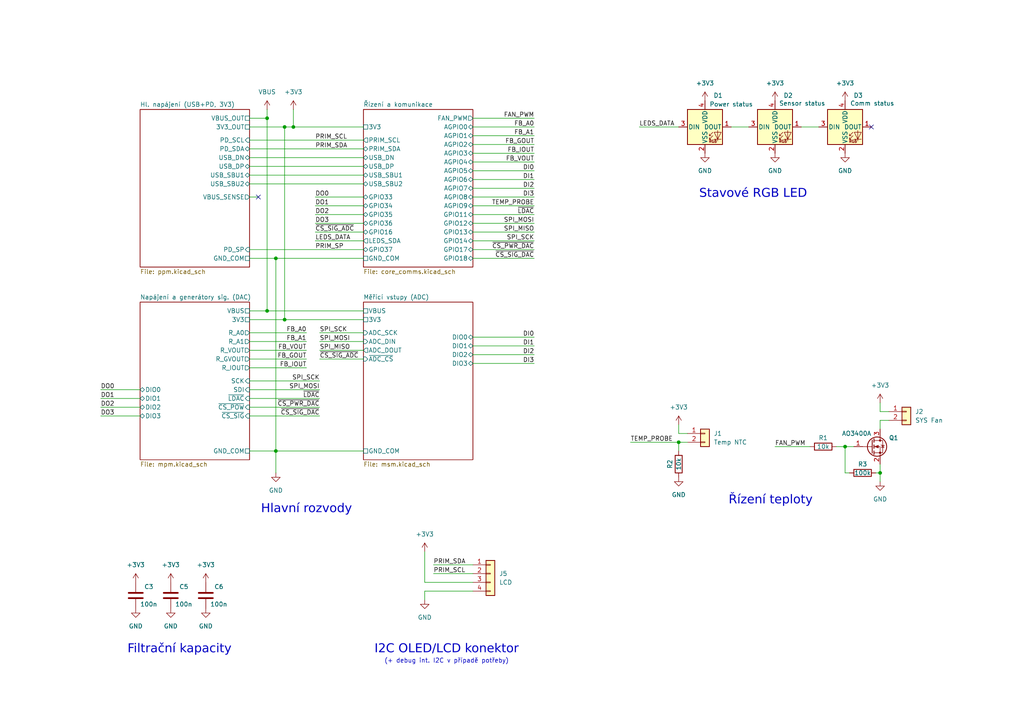
<source format=kicad_sch>
(kicad_sch (version 20250114) (generator "eeschema") (generator_version "9.0")
  (paper "A4")
  (title_block (title "PocKETlab") (date "2025-05-03") (rev "1.0.3") (company "TeaTech & KET FEL ZČU") (comment 1 "Licence: MIT") (comment 2 "Hlavní přehledové schéma") (comment 4 "Vyhotovil: Jiří Švihla"))
  (lib_symbols
    (symbol "+3V3_1" (power) (pin_numbers (hide yes)) (pin_names (offset 0) (hide yes))
      (property "Value" "+3V3" (at 0 3.556 0))
      (symbol "+3V3_1_0_1"
        (polyline (pts (xy -0.762 1.27) (xy 0 2.54)))
        (polyline (pts (xy 0 2.54) (xy 0.762 1.27)))
        (polyline (pts (xy 0 0) (xy 0 2.54)))
      )
      (symbol "+3V3_1_1_1"
        (pin power_in line (at 0 0 90) (length 0) (name "~") (number "1"))
      )
    )
    (symbol "Connector_Generic:Conn_01x02" (pin_names (offset 1.016) (hide yes))
      (property "Reference" "J" (at 0 2.54 0))
      (property "Value" "Conn_01x02" (at 0 -5.08 0))
      (symbol "Conn_01x02_1_1"
        (rectangle (start -1.27 1.27) (end 1.27 -3.81) (stroke (width 0.254)) (fill (type background)))
        (rectangle (start -1.27 0.127) (end 0 -0.127) (stroke (width 0.1524)))
        (rectangle (start -1.27 -2.413) (end 0 -2.667) (stroke (width 0.1524)))
        (pin passive line (at -5.08 0 0) (length 3.81) (name "Pin_1") (number "1"))
        (pin passive line (at -5.08 -2.54 0) (length 3.81) (name "Pin_2") (number "2"))
      )
    )
    (symbol "Connector_Generic:Conn_01x04" (pin_names (offset 1.016) (hide yes))
      (property "Reference" "J" (at 0 5.08 0))
      (property "Value" "Conn_01x04" (at 0 -7.62 0))
      (symbol "Conn_01x04_1_1"
        (rectangle (start -1.27 3.81) (end 1.27 -6.35) (stroke (width 0.254)) (fill (type background)))
        (rectangle (start -1.27 2.667) (end 0 2.413) (stroke (width 0.1524)))
        (rectangle (start -1.27 0.127) (end 0 -0.127) (stroke (width 0.1524)))
        (rectangle (start -1.27 -2.413) (end 0 -2.667) (stroke (width 0.1524)))
        (rectangle (start -1.27 -4.953) (end 0 -5.207) (stroke (width 0.1524)))
        (pin passive line (at -5.08 2.54 0) (length 3.81) (name "Pin_1") (number "1"))
        (pin passive line (at -5.08 0 0) (length 3.81) (name "Pin_2") (number "2"))
        (pin passive line (at -5.08 -2.54 0) (length 3.81) (name "Pin_3") (number "3"))
        (pin passive line (at -5.08 -5.08 0) (length 3.81) (name "Pin_4") (number "4"))
      )
    )
    (symbol "Device:C" (pin_numbers (hide yes)) (pin_names (offset 0.254))
      (property "Reference" "C" (at 0.635 2.54 0))
      (property "Value" "C" (at 0.635 -2.54 0))
      (symbol "C_0_1"
        (polyline (pts (xy -2.032 0.762) (xy 2.032 0.762)) (stroke (width 0.508)))
        (polyline (pts (xy -2.032 -0.762) (xy 2.032 -0.762)) (stroke (width 0.508)))
      )
      (symbol "C_1_1"
        (pin passive line (at 0 3.81 270) (length 2.794) (name "~") (number "1"))
        (pin passive line (at 0 -3.81 90) (length 2.794) (name "~") (number "2"))
      )
    )
    (symbol "Device:R" (pin_numbers (hide yes)) (pin_names (offset 0))
      (property "Reference" "R" (at 2.032 0 90))
      (property "Value" "R" (at 0 0 90))
      (symbol "R_0_1"
        (rectangle (start -1.016 -2.54) (end 1.016 2.54) (stroke (width 0.254)))
      )
      (symbol "R_1_1"
        (pin passive line (at 0 3.81 270) (length 1.27) (name "~") (number "1"))
        (pin passive line (at 0 -3.81 90) (length 1.27) (name "~") (number "2"))
      )
    )
    (symbol "GND_1" (power) (pin_numbers (hide yes)) (pin_names (offset 0) (hide yes))
      (property "Value" "GND" (at 0 -3.81 0))
      (symbol "GND_1_0_1"
        (polyline (pts (xy 0 0) (xy 0 -1.27) (xy 1.27 -1.27) (xy 0 -2.54) (xy -1.27 -1.27) (xy 0 -1.27)))
      )
      (symbol "GND_1_1_1"
        (pin power_in line (at 0 0 270) (length 0) (name "~") (number "1"))
      )
    )
    (symbol "LED:WS2812B-2020" (pin_names (offset 0.254))
      (property "Reference" "D" (at 5.08 5.715 0))
      (property "Value" "WS2812B-2020" (at 1.27 -5.715 0))
      (symbol "WS2812B-2020_0_0"
        (text "RGB" (at 2.286 -4.191 0) (effects (font (size 0.762 0.762))))
      )
      (symbol "WS2812B-2020_0_1"
        (polyline (pts (xy 1.27 -2.54) (xy 1.778 -2.54)))
        (polyline (pts (xy 1.27 -3.556) (xy 1.778 -3.556)))
        (polyline (pts (xy 2.286 -1.524) (xy 1.27 -2.54) (xy 1.27 -2.032)))
        (polyline (pts (xy 2.286 -2.54) (xy 1.27 -3.556) (xy 1.27 -3.048)))
        (polyline (pts (xy 3.683 -1.016) (xy 3.683 -3.556) (xy 3.683 -4.064)))
        (polyline (pts (xy 4.699 -1.524) (xy 2.667 -1.524) (xy 3.683 -3.556) (xy 4.699 -1.524)))
        (polyline (pts (xy 4.699 -3.556) (xy 2.667 -3.556)))
        (rectangle (start 5.08 5.08) (end -5.08 -5.08) (stroke (width 0.254)) (fill (type background)))
      )
      (symbol "WS2812B-2020_1_1"
        (pin input line (at -7.62 0 0) (length 2.54) (name "DIN") (number "3"))
        (pin power_in line (at 0 7.62 270) (length 2.54) (name "VDD") (number "4"))
        (pin power_in line (at 0 -7.62 90) (length 2.54) (name "VSS") (number "2"))
        (pin output line (at 7.62 0 180) (length 2.54) (name "DOUT") (number "1"))
      )
    )
    (symbol "Transistor_FET:AO3400A" (pin_names (hide yes))
      (property "Reference" "Q" (at 5.08 1.905 0))
      (property "Value" "AO3400A" (at 5.08 0 0))
      (symbol "AO3400A_0_1"
        (polyline (pts (xy 0.254 1.905) (xy 0.254 -1.905)) (stroke (width 0.254)))
        (polyline (pts (xy 0.254 0) (xy -2.54 0)))
        (polyline (pts (xy 0.762 2.286) (xy 0.762 1.27)) (stroke (width 0.254)))
        (polyline (pts (xy 0.762 0.508) (xy 0.762 -0.508)) (stroke (width 0.254)))
        (polyline (pts (xy 0.762 -1.27) (xy 0.762 -2.286)) (stroke (width 0.254)))
        (polyline (pts (xy 0.762 -1.778) (xy 3.302 -1.778) (xy 3.302 1.778) (xy 0.762 1.778)))
        (polyline (pts (xy 1.016 0) (xy 2.032 0.381) (xy 2.032 -0.381) (xy 1.016 0)) (fill (type outline)))
        (circle (center 1.651 0) (radius 2.794) (stroke (width 0.254)))
        (polyline (pts (xy 2.54 2.54) (xy 2.54 1.778)))
        (circle (center 2.54 1.778) (radius 0.254) (fill (type outline)))
        (circle (center 2.54 -1.778) (radius 0.254) (fill (type outline)))
        (polyline (pts (xy 2.54 -2.54) (xy 2.54 0) (xy 0.762 0)))
        (polyline (pts (xy 2.794 0.508) (xy 2.921 0.381) (xy 3.683 0.381) (xy 3.81 0.254)))
        (polyline (pts (xy 3.302 0.381) (xy 2.921 -0.254) (xy 3.683 -0.254) (xy 3.302 0.381)))
      )
      (symbol "AO3400A_1_1"
        (pin input line (at -5.08 0 0) (length 2.54) (name "G") (number "1"))
        (pin passive line (at 2.54 5.08 270) (length 2.54) (name "D") (number "3"))
        (pin passive line (at 2.54 -5.08 90) (length 2.54) (name "S") (number "2"))
      )
    )
    (symbol "VBUS_1" (power) (pin_numbers (hide yes)) (pin_names (offset 0) (hide yes))
      (property "Value" "VBUS" (at 0 3.556 0))
      (symbol "VBUS_1_0_1"
        (polyline (pts (xy -0.762 1.27) (xy 0 2.54)))
        (polyline (pts (xy 0 2.54) (xy 0.762 1.27)))
        (polyline (pts (xy 0 0) (xy 0 2.54)))
      )
      (symbol "VBUS_1_1_1"
        (pin power_in line (at 0 0 90) (length 0) (name "~") (number "1"))
      )
    )
    (symbol "power:+3V3" (power) (pin_names (offset 0))
      (property "Value" "+3V3" (at 0 3.556 0))
      (symbol "+3V3_0_1"
        (polyline (pts (xy -0.762 1.27) (xy 0 2.54)))
        (polyline (pts (xy 0 2.54) (xy 0.762 1.27)))
        (polyline (pts (xy 0 0) (xy 0 2.54)))
      )
      (symbol "+3V3_1_1"
        (pin power_in line (at 0 0 90) (length 0) (hide yes) (name "+3V3") (number "1"))
      )
    )
    (symbol "power:GND" (power) (pin_names (offset 0))
      (property "Value" "GND" (at 0 -3.81 0))
      (symbol "GND_0_1"
        (polyline (pts (xy 0 0) (xy 0 -1.27) (xy 1.27 -1.27) (xy 0 -2.54) (xy -1.27 -1.27) (xy 0 -1.27)))
      )
      (symbol "GND_1_1"
        (pin power_in line (at 0 0 270) (length 0) (hide yes) (name "GND") (number "1"))
      )
    )
  )
  (text "Hlavní rozvody" (at 88.9 149.86 0) (effects (font (size 2.54 2.54)) (justify bottom)))
  (text "Řízení teploty" (at 223.52 147.32 0) (effects (font (size 2.54 2.54)) (justify bottom)))
  (text "(+ debug int. I2C v případě potřeby)" (at 129.54 191.77 0) (effects (font (size 1.27 1.27))))
  (text "I2C OLED/LCD konektor" (at 129.54 190.5 0) (effects (font (size 2.54 2.54)) (justify bottom)))
  (text "Stavové RGB LED" (at 218.44 58.42 0) (effects (font (size 2.54 2.54)) (justify bottom)))
  (text "Filtrační kapacity" (at 52.07 190.5 0) (effects (font (size 2.54 2.54)) (justify bottom)))
  (junction (at 77.47 90.17))
  (junction (at 85.09 36.83))
  (junction (at 82.55 36.83))
  (junction (at 196.85 128.27))
  (junction (at 82.55 92.71))
  (junction (at 245.11 129.54))
  (junction (at 80.01 74.93))
  (junction (at 255.27 137.16))
  (junction (at 77.47 34.29))
  (junction (at 80.01 130.81))
  (no_connect (at 252.73 36.83))
  (no_connect (at 74.93 57.15))
  (wire (pts (xy 91.44 67.31) (xy 105.41 67.31)))
  (wire (pts (xy 137.16 36.83) (xy 154.94 36.83)))
  (wire (pts (xy 137.16 59.69) (xy 154.94 59.69)))
  (wire (pts (xy 123.19 171.45) (xy 137.16 171.45)))
  (wire (pts (xy 212.09 36.83) (xy 217.17 36.83)))
  (wire (pts (xy 196.85 128.27) (xy 196.85 130.81)))
  (wire (pts (xy 72.39 45.72) (xy 105.41 45.72)))
  (wire (pts (xy 255.27 116.84) (xy 255.27 119.38)))
  (wire (pts (xy 91.44 62.23) (xy 105.41 62.23)))
  (wire (pts (xy 224.79 129.54) (xy 234.95 129.54)))
  (wire (pts (xy 72.39 57.15) (xy 74.93 57.15)))
  (wire (pts (xy 80.01 130.81) (xy 105.41 130.81)))
  (wire (pts (xy 72.39 118.11) (xy 92.71 118.11)))
  (wire (pts (xy 137.16 52.07) (xy 154.94 52.07)))
  (wire (pts (xy 182.88 128.27) (xy 196.85 128.27)))
  (wire (pts (xy 255.27 119.38) (xy 257.81 119.38)))
  (wire (pts (xy 72.39 92.71) (xy 82.55 92.71)))
  (wire (pts (xy 80.01 74.93) (xy 105.41 74.93)))
  (wire (pts (xy 72.39 48.26) (xy 105.41 48.26)))
  (wire (pts (xy 137.16 74.93) (xy 154.94 74.93)))
  (wire (pts (xy 245.11 137.16) (xy 245.11 129.54)))
  (wire (pts (xy 255.27 121.92) (xy 257.81 121.92)))
  (wire (pts (xy 82.55 92.71) (xy 82.55 36.83)))
  (wire (pts (xy 92.71 99.06) (xy 105.41 99.06)))
  (wire (pts (xy 72.39 130.81) (xy 80.01 130.81)))
  (wire (pts (xy 91.44 64.77) (xy 105.41 64.77)))
  (wire (pts (xy 123.19 173.99) (xy 123.19 171.45)))
  (wire (pts (xy 82.55 92.71) (xy 105.41 92.71)))
  (wire (pts (xy 85.09 36.83) (xy 105.41 36.83)))
  (wire (pts (xy 196.85 36.83) (xy 185.42 36.83)))
  (wire (pts (xy 72.39 43.18) (xy 105.41 43.18)))
  (wire (pts (xy 82.55 36.83) (xy 85.09 36.83)))
  (wire (pts (xy 254 137.16) (xy 255.27 137.16)))
  (wire (pts (xy 77.47 90.17) (xy 105.41 90.17)))
  (wire (pts (xy 137.16 39.37) (xy 154.94 39.37)))
  (wire (pts (xy 137.16 105.41) (xy 154.94 105.41)))
  (wire (pts (xy 125.73 166.37) (xy 137.16 166.37)))
  (wire (pts (xy 80.01 74.93) (xy 72.39 74.93)))
  (wire (pts (xy 72.39 113.03) (xy 92.71 113.03)))
  (wire (pts (xy 137.16 72.39) (xy 154.94 72.39)))
  (wire (pts (xy 137.16 67.31) (xy 154.94 67.31)))
  (wire (pts (xy 77.47 34.29) (xy 77.47 90.17)))
  (wire (pts (xy 242.57 129.54) (xy 245.11 129.54)))
  (wire (pts (xy 255.27 137.16) (xy 255.27 134.62)))
  (wire (pts (xy 137.16 41.91) (xy 154.94 41.91)))
  (wire (pts (xy 29.21 120.65) (xy 40.64 120.65)))
  (wire (pts (xy 137.16 57.15) (xy 154.94 57.15)))
  (wire (pts (xy 196.85 125.73) (xy 196.85 123.19)))
  (wire (pts (xy 72.39 110.49) (xy 92.71 110.49)))
  (wire (pts (xy 137.16 64.77) (xy 154.94 64.77)))
  (wire (pts (xy 72.39 40.64) (xy 105.41 40.64)))
  (wire (pts (xy 91.44 69.85) (xy 105.41 69.85)))
  (wire (pts (xy 92.71 96.52) (xy 105.41 96.52)))
  (wire (pts (xy 29.21 113.03) (xy 40.64 113.03)))
  (wire (pts (xy 91.44 57.15) (xy 105.41 57.15)))
  (wire (pts (xy 72.39 115.57) (xy 92.71 115.57)))
  (wire (pts (xy 137.16 69.85) (xy 154.94 69.85)))
  (wire (pts (xy 80.01 137.16) (xy 80.01 130.81)))
  (wire (pts (xy 72.39 90.17) (xy 77.47 90.17)))
  (wire (pts (xy 72.39 50.8) (xy 105.41 50.8)))
  (wire (pts (xy 72.39 96.52) (xy 88.9 96.52)))
  (wire (pts (xy 137.16 44.45) (xy 154.94 44.45)))
  (wire (pts (xy 29.21 118.11) (xy 40.64 118.11)))
  (wire (pts (xy 137.16 54.61) (xy 154.94 54.61)))
  (wire (pts (xy 92.71 101.6) (xy 105.41 101.6)))
  (wire (pts (xy 255.27 121.92) (xy 255.27 124.46)))
  (wire (pts (xy 85.09 36.83) (xy 85.09 31.75)))
  (wire (pts (xy 72.39 72.39) (xy 105.41 72.39)))
  (wire (pts (xy 72.39 120.65) (xy 92.71 120.65)))
  (wire (pts (xy 246.38 137.16) (xy 245.11 137.16)))
  (wire (pts (xy 91.44 59.69) (xy 105.41 59.69)))
  (wire (pts (xy 196.85 128.27) (xy 199.39 128.27)))
  (wire (pts (xy 137.16 34.29) (xy 154.94 34.29)))
  (wire (pts (xy 123.19 168.91) (xy 137.16 168.91)))
  (wire (pts (xy 72.39 106.68) (xy 88.9 106.68)))
  (wire (pts (xy 137.16 97.79) (xy 154.94 97.79)))
  (wire (pts (xy 255.27 137.16) (xy 255.27 139.7)))
  (wire (pts (xy 72.39 104.14) (xy 88.9 104.14)))
  (wire (pts (xy 123.19 160.02) (xy 123.19 168.91)))
  (wire (pts (xy 137.16 62.23) (xy 154.94 62.23)))
  (wire (pts (xy 245.11 129.54) (xy 247.65 129.54)))
  (wire (pts (xy 137.16 49.53) (xy 154.94 49.53)))
  (wire (pts (xy 92.71 104.14) (xy 105.41 104.14)))
  (wire (pts (xy 77.47 31.75) (xy 77.47 34.29)))
  (wire (pts (xy 137.16 46.99) (xy 154.94 46.99)))
  (wire (pts (xy 72.39 101.6) (xy 88.9 101.6)))
  (wire (pts (xy 125.73 163.83) (xy 137.16 163.83)))
  (wire (pts (xy 77.47 34.29) (xy 72.39 34.29)))
  (wire (pts (xy 72.39 36.83) (xy 82.55 36.83)))
  (wire (pts (xy 72.39 99.06) (xy 88.9 99.06)))
  (wire (pts (xy 137.16 102.87) (xy 154.94 102.87)))
  (wire (pts (xy 72.39 53.34) (xy 105.41 53.34)))
  (wire (pts (xy 80.01 130.81) (xy 80.01 74.93)))
  (wire (pts (xy 232.41 36.83) (xy 237.49 36.83)))
  (wire (pts (xy 29.21 115.57) (xy 40.64 115.57)))
  (wire (pts (xy 199.39 125.73) (xy 196.85 125.73)))
  (wire (pts (xy 137.16 100.33) (xy 154.94 100.33)))
  (label "PRIM_SCL" (at 125.73 166.37 0))
  (label "PRIM_SCL" (at 91.44 40.64 0))
  (label "DI0" (at 154.94 49.53 180))
  (label "FB_VOUT" (at 154.94 46.99 180))
  (label "DI3" (at 154.94 105.41 180))
  (label "SPI_SCK" (at 92.71 110.49 180))
  (label "DO1" (at 91.44 59.69 0))
  (label "~{CS_SIG_ADC}" (at 92.71 104.14 0))
  (label "FB_IOUT" (at 88.9 106.68 180))
  (label "DI2" (at 154.94 54.61 180))
  (label "LEDS_DATA" (at 91.44 69.85 0))
  (label "DO1" (at 29.21 115.57 0))
  (label "FB_A1" (at 154.94 39.37 180))
  (label "DI1" (at 154.94 52.07 180))
  (label "LEDS_DATA" (at 185.42 36.83 0))
  (label "FAN_PWM" (at 224.79 129.54 0))
  (label "FB_A0" (at 88.9 96.52 180))
  (label "SPI_MISO" (at 154.94 67.31 180))
  (label "~{CS_SIG_ADC}" (at 91.44 67.31 0))
  (label "~{CS_SIG_DAC}" (at 92.71 120.65 180))
  (label "DI1" (at 154.94 100.33 180))
  (label "PRIM_SDA" (at 125.73 163.83 0))
  (label "DI3" (at 154.94 57.15 180))
  (label "FB_GOUT" (at 154.94 41.91 180))
  (label "SPI_MOSI" (at 154.94 64.77 180))
  (label "~{CS_PWR_DAC}" (at 92.71 118.11 180))
  (label "SPI_MOSI" (at 92.71 99.06 0))
  (label "DO3" (at 29.21 120.65 0))
  (label "PRIM_SP" (at 91.44 72.39 0))
  (label "DO0" (at 29.21 113.03 0))
  (label "DO2" (at 29.21 118.11 0))
  (label "SPI_SCK" (at 92.71 96.52 0))
  (label "SPI_MOSI" (at 92.71 113.03 180))
  (label "SPI_SCK" (at 154.94 69.85 180))
  (label "PRIM_SDA" (at 91.44 43.18 0))
  (label "DI2" (at 154.94 102.87 180))
  (label "FB_VOUT" (at 88.9 101.6 180))
  (label "TEMP_PROBE" (at 154.94 59.69 180))
  (label "FAN_PWM" (at 154.94 34.29 180))
  (label "DO3" (at 91.44 64.77 0))
  (label "DO2" (at 91.44 62.23 0))
  (label "TEMP_PROBE" (at 182.88 128.27 0))
  (label "FB_IOUT" (at 154.94 44.45 180))
  (label "~{CS_PWR_DAC}" (at 154.94 72.39 180))
  (label "DI0" (at 154.94 97.79 180))
  (label "SPI_MISO" (at 92.71 101.6 0))
  (label "~{LDAC}" (at 92.71 115.57 180))
  (label "DO0" (at 91.44 57.15 0))
  (label "~{LDAC}" (at 154.94 62.23 180))
  (label "~{CS_SIG_DAC}" (at 154.94 74.93 180))
  (label "FB_A1" (at 88.9 99.06 180))
  (label "FB_GOUT" (at 88.9 104.14 180))
  (label "FB_A0" (at 154.94 36.83 180))
  (symbol (lib_id "LED:WS2812B-2020") (at 245.11 36.83 0) (unit 1)
    (property "Reference" "D3" (at 248.92 27.686 0))
    (property "Value" "Comm status" (at 252.984 29.972 0))
    (property "Footprint" "LED_SMD:LED_WS2812B-2020_PLCC4_2.0x2.0mm" (effects (hide yes)))
    (property "Datasheet" "https://cdn-shop.adafruit.com/product-files/4684/4684_WS2812B-2020_V1.3_EN.pdf" (effects (hide yes)))
    (property "Description" "RGB LED with integrated controller, 2.0 x 2.0 mm, 12 mA" (effects (hide yes)))
    (property "Type" "Extended" (effects (hide yes)))
    (property "LCSC Part" "C5349955" (effects (hide yes)))
  )
  (symbol (lib_id "Transistor_FET:AO3400A") (at 252.73 129.54 0) (unit 1)
    (property "Reference" "Q1" (at 257.81 127 0) (effects (justify left)))
    (property "Value" "AO3400A" (at 252.73 125.73 0) (effects (justify right)))
    (property "Footprint" "Package_TO_SOT_SMD:SOT-23" (effects (hide yes)))
    (property "Datasheet" "http://www.aosmd.com/pdfs/datasheet/AO3400A.pdf" (effects (hide yes)))
    (property "Description" "30V Vds, 5.7A Id, N-Channel MOSFET, SOT-23" (effects (hide yes)))
    (property "LCSC Part" "C20917" (effects (hide yes)))
  )
  (symbol (lib_id "power:GND") (at 224.79 44.45 0) (unit 1)
    (property "Reference" "#PWR023" (effects (hide yes)))
    (property "Value" "GND" (at 224.79 49.53 0))
  )
  (symbol (lib_id "power:+3V3") (at 224.79 29.21 0) (unit 1)
    (property "Reference" "#PWR022" (effects (hide yes)))
    (property "Value" "+3V3" (at 224.79 24.13 0))
  )
  (symbol (lib_id "Device:R") (at 196.85 134.62 180) (unit 1)
    (property "Reference" "R2" (at 194.31 134.62 90))
    (property "Value" "10k" (at 196.85 134.62 90))
    (property "Footprint" "Resistor_SMD:R_0603_1608Metric" (effects (hide yes)))
    (property "Description" "Resistor" (effects (hide yes)))
    (property "LCSC Part" "C25804" (effects (hide yes)))
  )
  (symbol (lib_id "power:+3V3") (at 49.53 168.91 0) (unit 1)
    (property "Reference" "#PWR012" (effects (hide yes)))
    (property "Value" "+3V3" (at 49.53 163.83 0))
    (property "Description" "Power symbol creates a global label with name \"+3V3\"" (effects (hide yes)))
  )
  (symbol (lib_id "Device:C") (at 49.53 172.72 0) (unit 1)
    (property "Reference" "C5" (at 53.34 170.18 0))
    (property "Value" "100n" (at 50.8 175.26 0) (effects (justify left)))
    (property "Footprint" "Capacitor_SMD:C_0603_1608Metric" (effects (hide yes)))
    (property "Description" "Unpolarized capacitor" (effects (hide yes)))
    (property "LCSC Part" "C14663" (effects (hide yes)))
  )
  (symbol (lib_id "power:+3V3") (at 59.69 168.91 0) (unit 1)
    (property "Reference" "#PWR014" (effects (hide yes)))
    (property "Value" "+3V3" (at 59.69 163.83 0))
    (property "Description" "Power symbol creates a global label with name \"+3V3\"" (effects (hide yes)))
  )
  (symbol (lib_id "power:+3V3") (at 39.37 168.91 0) (unit 1)
    (property "Reference" "#PWR08" (effects (hide yes)))
    (property "Value" "+3V3" (at 39.37 163.83 0))
    (property "Description" "Power symbol creates a global label with name \"+3V3\"" (effects (hide yes)))
  )
  (symbol (lib_id "power:GND") (at 123.19 173.99 0) (unit 1)
    (property "Reference" "#PWR0146" (effects (hide yes)))
    (property "Value" "GND" (at 123.19 179.07 0))
  )
  (symbol (lib_id "power:GND") (at 196.85 138.43 0) (unit 1)
    (property "Reference" "#PWR019" (effects (hide yes)))
    (property "Value" "GND" (at 196.85 143.51 0))
  )
  (symbol (lib_id "LED:WS2812B-2020") (at 204.47 36.83 0) (unit 1)
    (property "Reference" "D1" (at 208.28 27.686 0))
    (property "Value" "Power status" (at 212.09 30.226 0))
    (property "Footprint" "LED_SMD:LED_WS2812B-2020_PLCC4_2.0x2.0mm" (effects (hide yes)))
    (property "Datasheet" "https://cdn-shop.adafruit.com/product-files/4684/4684_WS2812B-2020_V1.3_EN.pdf" (effects (hide yes)))
    (property "Description" "RGB LED with integrated controller, 2.0 x 2.0 mm, 12 mA" (effects (hide yes)))
    (property "Type" "Extended" (effects (hide yes)))
    (property "LCSC Part" "C5349955" (effects (hide yes)))
  )
  (symbol (lib_id "power:+3V3") (at 245.11 29.21 0) (unit 1)
    (property "Reference" "#PWR024" (effects (hide yes)))
    (property "Value" "+3V3" (at 245.11 24.13 0))
  )
  (symbol (lib_name "+3V3_1") (lib_id "power:+3V3") (at 85.09 31.75 0) (unit 1)
    (property "Reference" "#PWR03" (effects (hide yes)))
    (property "Value" "+3V3" (at 85.09 26.67 0))
    (property "Description" "Power symbol creates a global label with name \"+3V3\"" (effects (hide yes)))
  )
  (symbol (lib_id "Device:R") (at 238.76 129.54 90) (unit 1)
    (property "Reference" "R1" (at 238.76 127 90))
    (property "Value" "10k" (at 238.76 129.54 90))
    (property "Footprint" "Resistor_SMD:R_0603_1608Metric" (effects (hide yes)))
    (property "Description" "Resistor" (effects (hide yes)))
    (property "LCSC Part" "C25804" (effects (hide yes)))
  )
  (symbol (lib_id "LED:WS2812B-2020") (at 224.79 36.83 0) (unit 1)
    (property "Reference" "D2" (at 228.6 27.686 0))
    (property "Value" "Sensor status" (at 232.664 29.972 0))
    (property "Footprint" "LED_SMD:LED_WS2812B-2020_PLCC4_2.0x2.0mm" (effects (hide yes)))
    (property "Datasheet" "https://cdn-shop.adafruit.com/product-files/4684/4684_WS2812B-2020_V1.3_EN.pdf" (effects (hide yes)))
    (property "Description" "RGB LED with integrated controller, 2.0 x 2.0 mm, 12 mA" (effects (hide yes)))
    (property "Type" "Extended" (effects (hide yes)))
    (property "LCSC Part" "C5349955" (effects (hide yes)))
  )
  (symbol (lib_id "Connector_Generic:Conn_01x04") (at 142.24 166.37 0) (unit 1)
    (property "Reference" "J5" (at 144.78 166.3699 0) (effects (justify left)))
    (property "Value" "LCD" (at 144.78 168.9099 0) (effects (justify left)))
    (property "Footprint" "Connector_JST:JST_PH_B4B-PH-K_1x04_P2.00mm_Vertical" (effects (hide yes)))
    (property "Description" "Generic connector, single row, 01x04, script generated (kicad-library-utils/schlib/autogen/connector/)" (effects (hide yes)))
  )
  (symbol (lib_id "Device:C") (at 59.69 172.72 0) (unit 1)
    (property "Reference" "C6" (at 63.5 170.18 0))
    (property "Value" "100n" (at 60.96 175.26 0) (effects (justify left)))
    (property "Footprint" "Capacitor_SMD:C_0603_1608Metric" (effects (hide yes)))
    (property "Description" "Unpolarized capacitor" (effects (hide yes)))
    (property "LCSC Part" "C14663" (effects (hide yes)))
  )
  (symbol (lib_id "power:+3V3") (at 196.85 123.19 0) (unit 1)
    (property "Reference" "#PWR018" (effects (hide yes)))
    (property "Value" "+3V3" (at 196.85 118.11 0))
  )
  (symbol (lib_id "power:GND") (at 245.11 44.45 0) (unit 1)
    (property "Reference" "#PWR025" (effects (hide yes)))
    (property "Value" "GND" (at 245.11 49.53 0))
  )
  (symbol (lib_id "power:GND") (at 39.37 176.53 0) (unit 1)
    (property "Reference" "#PWR09" (effects (hide yes)))
    (property "Value" "GND" (at 39.37 181.61 0))
    (property "Description" "Power symbol creates a global label with name \"GND\" , ground" (effects (hide yes)))
  )
  (symbol (lib_id "Device:R") (at 250.19 137.16 90) (unit 1)
    (property "Reference" "R3" (at 250.19 134.62 90))
    (property "Value" "100k" (at 250.19 137.16 90))
    (property "Footprint" "Resistor_SMD:R_0603_1608Metric" (effects (hide yes)))
    (property "Description" "Resistor" (effects (hide yes)))
    (property "LCSC Part" "C15458 " (effects (hide yes)))
  )
  (symbol (lib_id "Connector_Generic:Conn_01x02") (at 262.89 119.38 0) (unit 1)
    (property "Reference" "J2" (at 265.43 119.3799 0) (effects (justify left)))
    (property "Value" "SYS Fan" (at 265.43 121.9199 0) (effects (justify left)))
    (property "Footprint" "Connector_JST:JST_PH_B2B-PH-K_1x02_P2.00mm_Vertical" (effects (hide yes)))
    (property "Description" "Generic connector, single row, 01x02, script generated (kicad-library-utils/schlib/autogen/connector/)" (effects (hide yes)))
  )
  (symbol (lib_id "power:GND") (at 49.53 176.53 0) (unit 1)
    (property "Reference" "#PWR013" (effects (hide yes)))
    (property "Value" "GND" (at 49.53 181.61 0))
    (property "Description" "Power symbol creates a global label with name \"GND\" , ground" (effects (hide yes)))
  )
  (symbol (lib_name "VBUS_1") (lib_id "power:VBUS") (at 77.47 31.75 0) (unit 1)
    (property "Reference" "#PWR01" (effects (hide yes)))
    (property "Value" "VBUS" (at 77.47 26.67 0))
    (property "Description" "Power symbol creates a global label with name \"VBUS\"" (effects (hide yes)))
  )
  (symbol (lib_id "power:GND") (at 59.69 176.53 0) (unit 1)
    (property "Reference" "#PWR015" (effects (hide yes)))
    (property "Value" "GND" (at 59.69 181.61 0))
    (property "Description" "Power symbol creates a global label with name \"GND\" , ground" (effects (hide yes)))
  )
  (symbol (lib_id "power:+3V3") (at 255.27 116.84 0) (unit 1)
    (property "Reference" "#PWR020" (effects (hide yes)))
    (property "Value" "+3V3" (at 255.27 111.76 0))
  )
  (symbol (lib_id "power:+3V3") (at 123.19 160.02 0) (unit 1)
    (property "Reference" "#PWR0145" (effects (hide yes)))
    (property "Value" "+3V3" (at 123.19 154.94 0))
  )
  (symbol (lib_id "Connector_Generic:Conn_01x02") (at 204.47 125.73 0) (unit 1)
    (property "Reference" "J1" (at 207.01 125.7299 0) (effects (justify left)))
    (property "Value" "Temp NTC" (at 207.01 128.2699 0) (effects (justify left)))
    (property "Footprint" "Connector_JST:JST_PH_B2B-PH-K_1x02_P2.00mm_Vertical" (effects (hide yes)))
    (property "Description" "Generic connector, single row, 01x02, script generated (kicad-library-utils/schlib/autogen/connector/)" (effects (hide yes)))
  )
  (symbol (lib_id "power:GND") (at 255.27 139.7 0) (unit 1)
    (property "Reference" "#PWR021" (effects (hide yes)))
    (property "Value" "GND" (at 255.27 144.78 0))
  )
  (symbol (lib_id "power:GND") (at 204.47 44.45 0) (unit 1)
    (property "Reference" "#PWR017" (effects (hide yes)))
    (property "Value" "GND" (at 204.47 49.53 0))
  )
  (symbol (lib_id "power:+3V3") (at 204.47 29.21 0) (unit 1)
    (property "Reference" "#PWR016" (effects (hide yes)))
    (property "Value" "+3V3" (at 204.47 24.13 0))
  )
  (symbol (lib_name "GND_1") (lib_id "power:GND") (at 80.01 137.16 0) (unit 1)
    (property "Reference" "#PWR02" (effects (hide yes)))
    (property "Value" "GND" (at 80.01 142.24 0))
    (property "Description" "Power symbol creates a global label with name \"GND\" , ground" (effects (hide yes)))
  )
  (symbol (lib_id "Device:C") (at 39.37 172.72 0) (unit 1)
    (property "Reference" "C3" (at 43.18 170.18 0))
    (property "Value" "100n" (at 40.64 175.26 0) (effects (justify left)))
    (property "Footprint" "Capacitor_SMD:C_0603_1608Metric" (effects (hide yes)))
    (property "Description" "Unpolarized capacitor" (effects (hide yes)))
    (property "LCSC Part" "C14663" (effects (hide yes)))
  )
  (sheet (at 105.41 87.63) (size 31.75 45.72) (stroke (width 0.1524))
    (property "Sheetname" "Měřící vstupy (ADC)" (at 105.41 86.9184 0) (effects (justify left bottom)))
    (property "Sheetfile" "msm.kicad_sch" (at 105.41 133.9346 0) (effects (justify left top)))
    (pin "3V3" passive (at 105.41 92.71 180))
    (pin "ADC_DIN" input (at 105.41 99.06 180))
    (pin "ADC_DOUT" output (at 105.41 101.6 180))
    (pin "GND_COM" passive (at 105.41 130.81 180))
    (pin "VBUS" passive (at 105.41 90.17 180))
    (pin "~{ADC_CS}" input (at 105.41 104.14 180))
    (pin "DIO0" bidirectional (at 137.16 97.79 0))
    (pin "DIO1" bidirectional (at 137.16 100.33 0))
    (pin "DIO2" bidirectional (at 137.16 102.87 0))
    (pin "DIO3" bidirectional (at 137.16 105.41 0))
    (pin "ADC_SCK" input (at 105.41 96.52 180))
  )
  (sheet (at 40.64 87.63) (size 31.75 45.72) (stroke (width 0.1524))
    (property "Sheetname" "Napájení a generátory sig. (DAC)" (at 40.64 86.9184 0) (effects (justify left bottom)))
    (property "Sheetfile" "mpm.kicad_sch" (at 40.64 133.9346 0) (effects (justify left top)))
    (pin "3V3" passive (at 72.39 92.71 0))
    (pin "DIO0" bidirectional (at 40.64 113.03 180))
    (pin "DIO1" bidirectional (at 40.64 115.57 180))
    (pin "DIO2" bidirectional (at 40.64 118.11 180))
    (pin "DIO3" bidirectional (at 40.64 120.65 180))
    (pin "GND_COM" passive (at 72.39 130.81 0))
    (pin "R_A0" output (at 72.39 96.52 0))
    (pin "R_A1" output (at 72.39 99.06 0))
    (pin "R_GVOUT" output (at 72.39 104.14 0))
    (pin "R_IOUT" output (at 72.39 106.68 0))
    (pin "R_VOUT" output (at 72.39 101.6 0))
    (pin "SCK" input (at 72.39 110.49 0))
    (pin "VBUS" passive (at 72.39 90.17 0))
    (pin "~{CS_POW}" input (at 72.39 118.11 0))
    (pin "~{CS_SIG}" input (at 72.39 120.65 0))
    (pin "~{LDAC}" input (at 72.39 115.57 0))
    (pin "SDI" input (at 72.39 113.03 0))
  )
  (sheet (at 105.41 31.75) (size 31.75 45.72) (stroke (width 0.1524))
    (property "Sheetname" "Řízení a komunikace" (at 105.41 31.0384 0) (effects (justify left bottom)))
    (property "Sheetfile" "core_comms.kicad_sch" (at 105.41 78.0546 0) (effects (justify left top)))
    (pin "3V3" passive (at 105.41 36.83 180))
    (pin "GND_COM" passive (at 105.41 74.93 180))
    (pin "PRIM_SCL" output (at 105.41 40.64 180))
    (pin "PRIM_SDA" bidirectional (at 105.41 43.18 180))
    (pin "USB_DN" bidirectional (at 105.41 45.72 180))
    (pin "USB_DP" bidirectional (at 105.41 48.26 180))
    (pin "USB_SBU1" bidirectional (at 105.41 50.8 180))
    (pin "USB_SBU2" bidirectional (at 105.41 53.34 180))
    (pin "AGPIO0" tri_state (at 137.16 36.83 0))
    (pin "AGPIO1" tri_state (at 137.16 39.37 0))
    (pin "AGPIO2" tri_state (at 137.16 41.91 0))
    (pin "AGPIO3" tri_state (at 137.16 44.45 0))
    (pin "AGPIO4" tri_state (at 137.16 46.99 0))
    (pin "AGPIO5" tri_state (at 137.16 49.53 0))
    (pin "AGPIO6" tri_state (at 137.16 52.07 0))
    (pin "AGPIO7" tri_state (at 137.16 54.61 0))
    (pin "AGPIO8" tri_state (at 137.16 57.15 0))
    (pin "AGPIO9" tri_state (at 137.16 59.69 0))
    (pin "GPIO11" tri_state (at 137.16 62.23 0))
    (pin "GPIO12" tri_state (at 137.16 64.77 0))
    (pin "GPIO13" tri_state (at 137.16 67.31 0))
    (pin "GPIO14" tri_state (at 137.16 69.85 0))
    (pin "GPIO17" tri_state (at 137.16 72.39 0))
    (pin "GPIO18" tri_state (at 137.16 74.93 0))
    (pin "GPIO33" tri_state (at 105.41 57.15 180))
    (pin "GPIO34" tri_state (at 105.41 59.69 180))
    (pin "GPIO35" tri_state (at 105.41 62.23 180))
    (pin "GPIO36" tri_state (at 105.41 64.77 180))
    (pin "FAN_PWM" output (at 137.16 34.29 0))
    (pin "LEDS_SDA" output (at 105.41 69.85 180))
    (pin "GPIO16" tri_state (at 105.41 67.31 180))
    (pin "GPIO37" tri_state (at 105.41 72.39 180))
  )
  (sheet (at 40.64 31.75) (size 31.75 45.72) (stroke (width 0.1524))
    (property "Sheetname" "Hl. napájení (USB+PD, 3V3)" (at 40.64 31.0384 0) (effects (justify left bottom)))
    (property "Sheetfile" "ppm.kicad_sch" (at 40.64 78.0546 0) (effects (justify left top)))
    (pin "3V3_OUT" passive (at 72.39 36.83 0))
    (pin "GND_COM" passive (at 72.39 74.93 0))
    (pin "PD_SCL" input (at 72.39 40.64 0))
    (pin "PD_SDA" bidirectional (at 72.39 43.18 0))
    (pin "USB_DN" bidirectional (at 72.39 45.72 0))
    (pin "USB_DP" bidirectional (at 72.39 48.26 0))
    (pin "USB_SBU1" bidirectional (at 72.39 50.8 0))
    (pin "USB_SBU2" bidirectional (at 72.39 53.34 0))
    (pin "VBUS_OUT" passive (at 72.39 34.29 0))
    (pin "PD_SP" input (at 72.39 72.39 0))
    (pin "VBUS_SENSE" output (at 72.39 57.15 0))
  )
)
</source>
